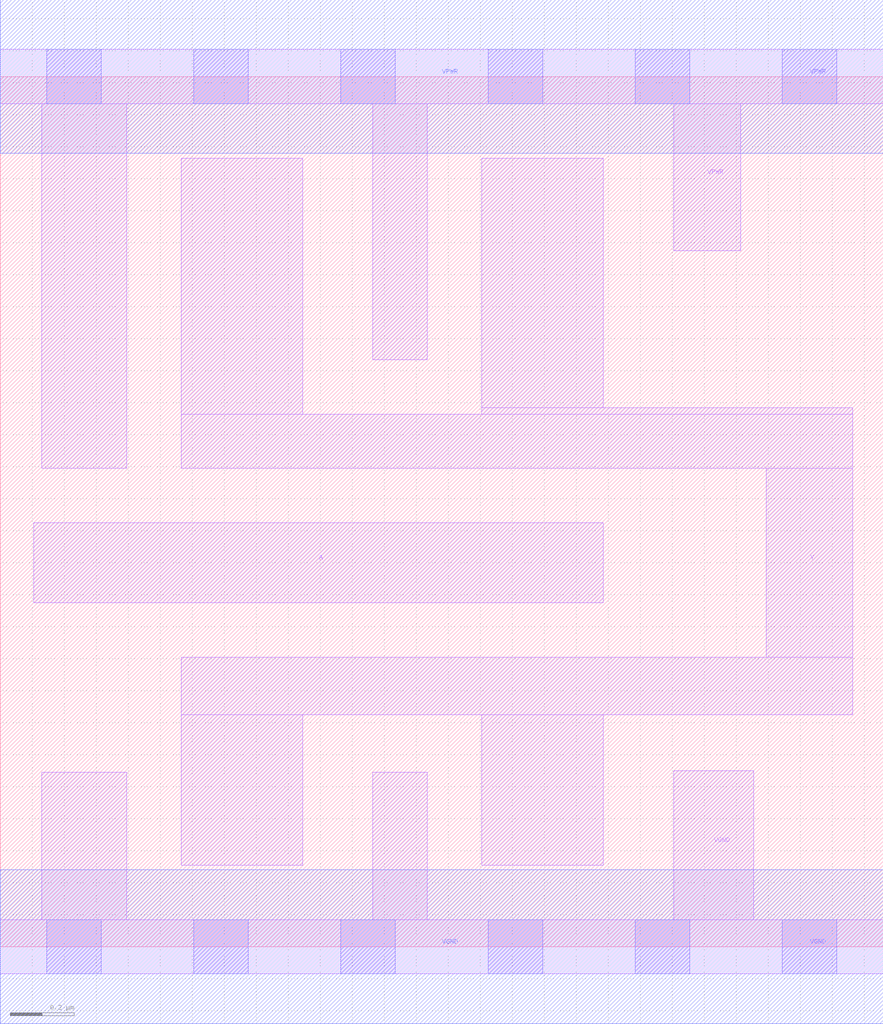
<source format=lef>
# Copyright 2020 The SkyWater PDK Authors
#
# Licensed under the Apache License, Version 2.0 (the "License");
# you may not use this file except in compliance with the License.
# You may obtain a copy of the License at
#
#     https://www.apache.org/licenses/LICENSE-2.0
#
# Unless required by applicable law or agreed to in writing, software
# distributed under the License is distributed on an "AS IS" BASIS,
# WITHOUT WARRANTIES OR CONDITIONS OF ANY KIND, either express or implied.
# See the License for the specific language governing permissions and
# limitations under the License.
#
# SPDX-License-Identifier: Apache-2.0

VERSION 5.7 ;
  NAMESCASESENSITIVE ON ;
  NOWIREEXTENSIONATPIN ON ;
  DIVIDERCHAR "/" ;
  BUSBITCHARS "[]" ;
UNITS
  DATABASE MICRONS 200 ;
END UNITS
PROPERTYDEFINITIONS
  MACRO maskLayoutSubType STRING ;
  MACRO prCellType STRING ;
  MACRO originalViewName STRING ;
END PROPERTYDEFINITIONS
MACRO sky130_fd_sc_hdll__inv_4
  CLASS CORE ;
  FOREIGN sky130_fd_sc_hdll__inv_4 ;
  ORIGIN  0.000000  0.000000 ;
  SIZE  2.760000 BY  2.720000 ;
  SYMMETRY X Y R90 ;
  SITE unithd ;
  PIN A
    ANTENNAGATEAREA  1.110000 ;
    DIRECTION INPUT ;
    USE SIGNAL ;
    PORT
      LAYER li1 ;
        RECT 0.105000 1.075000 1.885000 1.325000 ;
    END
  END A
  PIN VGND
    ANTENNADIFFAREA  0.737750 ;
    DIRECTION INOUT ;
    USE SIGNAL ;
    PORT
      LAYER li1 ;
        RECT 0.000000 -0.085000 2.760000 0.085000 ;
        RECT 0.130000  0.085000 0.395000 0.545000 ;
        RECT 1.165000  0.085000 1.335000 0.545000 ;
        RECT 2.105000  0.085000 2.355000 0.550000 ;
      LAYER mcon ;
        RECT 0.145000 -0.085000 0.315000 0.085000 ;
        RECT 0.605000 -0.085000 0.775000 0.085000 ;
        RECT 1.065000 -0.085000 1.235000 0.085000 ;
        RECT 1.525000 -0.085000 1.695000 0.085000 ;
        RECT 1.985000 -0.085000 2.155000 0.085000 ;
        RECT 2.445000 -0.085000 2.615000 0.085000 ;
      LAYER met1 ;
        RECT 0.000000 -0.240000 2.760000 0.240000 ;
    END
  END VGND
  PIN VPWR
    ANTENNADIFFAREA  1.075000 ;
    DIRECTION INOUT ;
    USE SIGNAL ;
    PORT
      LAYER li1 ;
        RECT 0.000000 2.635000 2.760000 2.805000 ;
        RECT 0.130000 1.495000 0.395000 2.635000 ;
        RECT 1.165000 1.835000 1.335000 2.635000 ;
        RECT 2.105000 2.175000 2.315000 2.635000 ;
      LAYER mcon ;
        RECT 0.145000 2.635000 0.315000 2.805000 ;
        RECT 0.605000 2.635000 0.775000 2.805000 ;
        RECT 1.065000 2.635000 1.235000 2.805000 ;
        RECT 1.525000 2.635000 1.695000 2.805000 ;
        RECT 1.985000 2.635000 2.155000 2.805000 ;
        RECT 2.445000 2.635000 2.615000 2.805000 ;
      LAYER met1 ;
        RECT 0.000000 2.480000 2.760000 2.960000 ;
    END
  END VPWR
  PIN Y
    ANTENNADIFFAREA  0.996000 ;
    DIRECTION OUTPUT ;
    USE SIGNAL ;
    PORT
      LAYER li1 ;
        RECT 0.565000 0.255000 0.945000 0.725000 ;
        RECT 0.565000 0.725000 2.665000 0.905000 ;
        RECT 0.565000 1.495000 2.665000 1.665000 ;
        RECT 0.565000 1.665000 0.945000 2.465000 ;
        RECT 1.505000 0.255000 1.885000 0.725000 ;
        RECT 1.505000 1.665000 2.665000 1.685000 ;
        RECT 1.505000 1.685000 1.885000 2.465000 ;
        RECT 2.395000 0.905000 2.665000 1.495000 ;
    END
  END Y
  PROPERTY maskLayoutSubType "abstract" ;
  PROPERTY prCellType "standard" ;
  PROPERTY originalViewName "layout" ;
END sky130_fd_sc_hdll__inv_4

</source>
